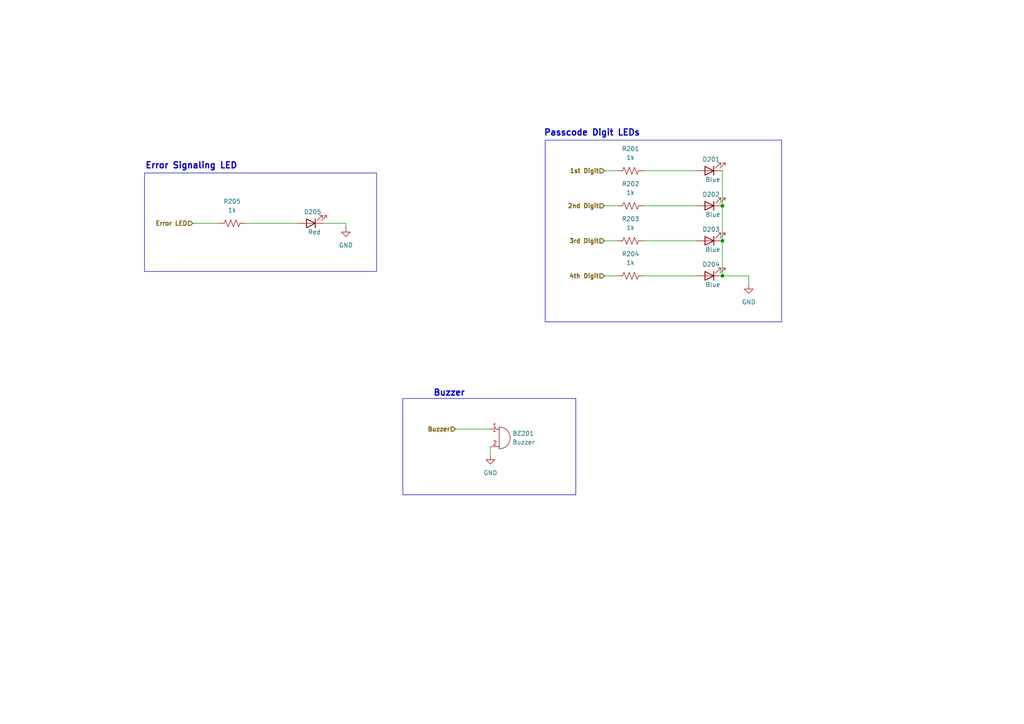
<source format=kicad_sch>
(kicad_sch (version 20250114) (generator "eeschema") (generator_version "9.0")
  (paper "A4")
  (lib_symbols
    (symbol "Device:Buzzer" (pin_names (offset 0.0254) (hide yes))
      (property "Reference" "BZ" (at 3.81 1.27 0))
      (property "Value" "Buzzer" (at 3.81 -1.27 0))
      (symbol "Buzzer_0_1"
        (polyline (pts (xy -1.651 1.905) (xy -1.143 1.905)))
        (polyline (pts (xy -1.397 2.159) (xy -1.397 1.651)))
        (arc (start 0 3.175) (mid 3.1612 0) (end 0 -3.175))
        (polyline (pts (xy 0 3.175) (xy 0 -3.175)))
      )
      (symbol "Buzzer_1_1"
        (pin passive line (at -2.54 2.54 0) (length 2.54) (name "+") (number "1"))
        (pin passive line (at -2.54 -2.54 0) (length 2.54) (name "-") (number "2"))
      )
    )
    (symbol "Device:LED" (pin_numbers (hide yes)) (pin_names (offset 1.016) (hide yes))
      (property "Reference" "D" (at 0 2.54 0))
      (property "Value" "LED" (at 0 -2.54 0))
      (symbol "LED_0_1"
        (polyline (pts (xy -3.048 -0.762) (xy -4.572 -2.286) (xy -3.81 -2.286) (xy -4.572 -2.286) (xy -4.572 -1.524)))
        (polyline (pts (xy -1.778 -0.762) (xy -3.302 -2.286) (xy -2.54 -2.286) (xy -3.302 -2.286) (xy -3.302 -1.524)))
        (polyline (pts (xy -1.27 0) (xy 1.27 0)))
        (polyline (pts (xy -1.27 -1.27) (xy -1.27 1.27)) (stroke (width 0.254)))
        (polyline (pts (xy 1.27 -1.27) (xy 1.27 1.27) (xy -1.27 0) (xy 1.27 -1.27)) (stroke (width 0.254)))
      )
      (symbol "LED_1_1"
        (pin passive line (at -3.81 0 0) (length 2.54) (name "K") (number "1"))
        (pin passive line (at 3.81 0 180) (length 2.54) (name "A") (number "2"))
      )
    )
    (symbol "Device:R_US" (pin_numbers (hide yes)) (pin_names (offset 0))
      (property "Reference" "R" (at 2.54 0 90))
      (property "Value" "R_US" (at -2.54 0 90))
      (symbol "R_US_0_1"
        (polyline (pts (xy 0 2.286) (xy 0 2.54)))
        (polyline (pts (xy 0 2.286) (xy 1.016 1.905) (xy 0 1.524) (xy -1.016 1.143) (xy 0 0.762)))
        (polyline (pts (xy 0 0.762) (xy 1.016 0.381) (xy 0 0) (xy -1.016 -0.381) (xy 0 -0.762)))
        (polyline (pts (xy 0 -0.762) (xy 1.016 -1.143) (xy 0 -1.524) (xy -1.016 -1.905) (xy 0 -2.286)))
        (polyline (pts (xy 0 -2.286) (xy 0 -2.54)))
      )
      (symbol "R_US_1_1"
        (pin passive line (at 0 3.81 270) (length 1.27) (name "~") (number "1"))
        (pin passive line (at 0 -3.81 90) (length 1.27) (name "~") (number "2"))
      )
    )
    (symbol "power:GND" (power) (pin_numbers (hide yes)) (pin_names (offset 0) (hide yes))
      (property "Value" "GND" (at 0 -3.81 0))
      (symbol "GND_0_1"
        (polyline (pts (xy 0 0) (xy 0 -1.27) (xy 1.27 -1.27) (xy 0 -2.54) (xy -1.27 -1.27) (xy 0 -1.27)))
      )
      (symbol "GND_1_1"
        (pin power_in line (at 0 0 270) (length 0) (name "~") (number "1"))
      )
    )
  )
  (rectangle (start 41.91 50.165) (end 109.22 78.74))
  (rectangle (start 116.84 115.57) (end 167.005 143.51))
  (rectangle (start 158.115 40.64) (end 226.695 93.345))
  (text "Error Signaling LED" (at 55.499 48.133 0) (effects (font (size 1.778 1.778) (thickness 0.3556) (bold yes))))
  (text "Passcode Digit LEDs" (at 171.704 38.608 0) (effects (font (size 1.778 1.778) (thickness 0.3556) (bold yes))))
  (text "Buzzer" (at 130.302 114.046 0) (effects (font (size 1.778 1.778) (thickness 0.3556) (bold yes))))
  (junction (at 209.55 59.69))
  (junction (at 209.55 69.85))
  (junction (at 209.55 80.01))
  (wire (pts (xy 55.88 64.77) (xy 63.5 64.77)))
  (wire (pts (xy 100.33 64.77) (xy 100.33 66.04)))
  (wire (pts (xy 132.08 124.46) (xy 142.24 124.46)))
  (wire (pts (xy 175.26 69.85) (xy 179.07 69.85)))
  (wire (pts (xy 186.69 69.85) (xy 201.93 69.85)))
  (wire (pts (xy 217.17 80.01) (xy 209.55 80.01)))
  (wire (pts (xy 209.55 69.85) (xy 209.55 80.01)))
  (wire (pts (xy 209.55 49.53) (xy 209.55 59.69)))
  (wire (pts (xy 175.26 80.01) (xy 179.07 80.01)))
  (wire (pts (xy 175.26 59.69) (xy 179.07 59.69)))
  (wire (pts (xy 71.12 64.77) (xy 86.36 64.77)))
  (wire (pts (xy 209.55 59.69) (xy 209.55 69.85)))
  (wire (pts (xy 142.24 129.54) (xy 142.24 132.08)))
  (wire (pts (xy 186.69 49.53) (xy 201.93 49.53)))
  (wire (pts (xy 217.17 82.55) (xy 217.17 80.01)))
  (wire (pts (xy 93.98 64.77) (xy 100.33 64.77)))
  (wire (pts (xy 186.69 80.01) (xy 201.93 80.01)))
  (wire (pts (xy 186.69 59.69) (xy 201.93 59.69)))
  (wire (pts (xy 175.26 49.53) (xy 179.07 49.53)))
  (hierarchical_label "Buzzer" (shape input) (at 132.08 124.46 180) (effects (font (thickness 0.254) (bold yes))))
  (hierarchical_label "1st Digit" (shape input) (at 175.26 49.53 180) (effects (font (thickness 0.254) (bold yes))))
  (hierarchical_label "3rd Digit" (shape input) (at 175.26 69.85 180) (effects (font (thickness 0.254) (bold yes))))
  (hierarchical_label "4th Digit" (shape input) (at 175.26 80.01 180) (effects (font (thickness 0.254) (bold yes))))
  (hierarchical_label "Error LED" (shape input) (at 55.88 64.77 180) (effects (font (thickness 0.254) (bold yes))))
  (hierarchical_label "2nd Digit" (shape input) (at 175.26 59.69 180) (effects (font (thickness 0.254) (bold yes))))
  (symbol (lib_id "power:GND") (at 100.33 66.04 0) (unit 1)
    (property "Reference" "#PWR0202" (effects (hide yes)))
    (property "Value" "GND" (at 100.33 71.12 0))
    (property "Description" "Power symbol creates a global label with name \"GND\" , ground" (effects (hide yes)))
  )
  (symbol (lib_id "Device:R_US") (at 182.88 49.53 90) (unit 1)
    (property "Reference" "R201" (at 182.88 43.18 90))
    (property "Value" "1k" (at 182.88 45.72 90))
    (property "Description" "Resistor, US symbol" (effects (hide yes)))
  )
  (symbol (lib_id "Device:LED") (at 205.74 69.85 180) (unit 1)
    (property "Reference" "D203" (at 206.248 66.548 0))
    (property "Value" "Blue" (at 206.756 72.39 0))
    (property "Description" "Light emitting diode" (effects (hide yes)))
    (property "Sim.Pins" "1=K 2=A" (effects (hide yes)))
  )
  (symbol (lib_id "Device:R_US") (at 67.31 64.77 90) (unit 1)
    (property "Reference" "R205" (at 67.31 58.42 90))
    (property "Value" "1k" (at 67.31 60.96 90))
    (property "Description" "Resistor, US symbol" (effects (hide yes)))
  )
  (symbol (lib_id "Device:R_US") (at 182.88 59.69 90) (unit 1)
    (property "Reference" "R202" (at 182.88 53.34 90))
    (property "Value" "1k" (at 182.88 55.88 90))
    (property "Description" "Resistor, US symbol" (effects (hide yes)))
  )
  (symbol (lib_id "Device:R_US") (at 182.88 80.01 90) (unit 1)
    (property "Reference" "R204" (at 182.88 73.66 90))
    (property "Value" "1k" (at 182.88 76.2 90))
    (property "Description" "Resistor, US symbol" (effects (hide yes)))
  )
  (symbol (lib_id "power:GND") (at 217.17 82.55 0) (unit 1)
    (property "Reference" "#PWR0201" (effects (hide yes)))
    (property "Value" "GND" (at 217.17 87.63 0))
    (property "Description" "Power symbol creates a global label with name \"GND\" , ground" (effects (hide yes)))
  )
  (symbol (lib_id "Device:LED") (at 90.17 64.77 180) (unit 1)
    (property "Reference" "D205" (at 90.678 61.468 0))
    (property "Value" "Red" (at 91.186 67.31 0))
    (property "Description" "Light emitting diode" (effects (hide yes)))
    (property "Sim.Pins" "1=K 2=A" (effects (hide yes)))
  )
  (symbol (lib_id "Device:R_US") (at 182.88 69.85 90) (unit 1)
    (property "Reference" "R203" (at 182.88 63.5 90))
    (property "Value" "1k" (at 182.88 66.04 90))
    (property "Description" "Resistor, US symbol" (effects (hide yes)))
  )
  (symbol (lib_id "Device:LED") (at 205.74 80.01 180) (unit 1)
    (property "Reference" "D204" (at 206.248 76.708 0))
    (property "Value" "Blue" (at 206.756 82.55 0))
    (property "Description" "Light emitting diode" (effects (hide yes)))
    (property "Sim.Pins" "1=K 2=A" (effects (hide yes)))
  )
  (symbol (lib_id "power:GND") (at 142.24 132.08 0) (unit 1)
    (property "Reference" "#PWR0203" (effects (hide yes)))
    (property "Value" "GND" (at 142.24 137.16 0))
    (property "Description" "Power symbol creates a global label with name \"GND\" , ground" (effects (hide yes)))
  )
  (symbol (lib_id "Device:Buzzer") (at 144.78 127 0) (unit 1)
    (property "Reference" "BZ201" (at 148.59 125.7299 0) (effects (justify left)))
    (property "Value" "Buzzer" (at 148.59 128.2699 0) (effects (justify left)))
    (property "Description" "Buzzer, polarized" (effects (hide yes)))
  )
  (symbol (lib_id "Device:LED") (at 205.74 59.69 180) (unit 1)
    (property "Reference" "D202" (at 206.248 56.388 0))
    (property "Value" "Blue" (at 206.756 62.23 0))
    (property "Description" "Light emitting diode" (effects (hide yes)))
    (property "Sim.Pins" "1=K 2=A" (effects (hide yes)))
  )
  (symbol (lib_id "Device:LED") (at 205.74 49.53 180) (unit 1)
    (property "Reference" "D201" (at 206.248 46.228 0))
    (property "Value" "Blue" (at 206.756 52.07 0))
    (property "Description" "Light emitting diode" (effects (hide yes)))
    (property "Sim.Pins" "1=K 2=A" (effects (hide yes)))
  )
)
</source>
